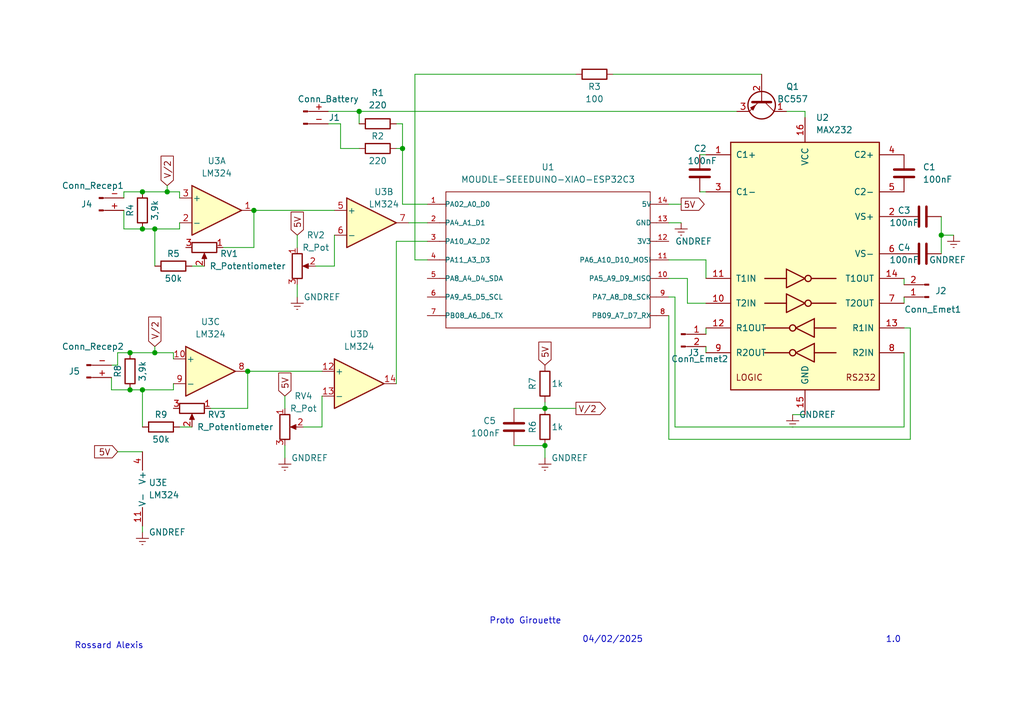
<source format=kicad_sch>
(kicad_sch (version 20230121) (generator eeschema)
  (paper "A5")
  (lib_symbols
    (symbol "Amplifier_Operational:LM324" (pin_names (offset 0.127))
      (property "Reference" "U" (at 0 5.08 0))
      (property "Value" "LM324" (at 0 -5.08 0))
      (symbol "LM324_1_1"
        (polyline (pts (xy -5.08 5.08) (xy 5.08 0) (xy -5.08 -5.08) (xy -5.08 5.08)) (stroke (width 0.254)) (fill (type background)))
        (pin output line (at 7.62 0 180) (length 2.54) (name "~") (number "1"))
        (pin input line (at -7.62 -2.54 0) (length 2.54) (name "-") (number "2"))
        (pin input line (at -7.62 2.54 0) (length 2.54) (name "+") (number "3"))
      )
      (symbol "LM324_2_1"
        (polyline (pts (xy -5.08 5.08) (xy 5.08 0) (xy -5.08 -5.08) (xy -5.08 5.08)) (stroke (width 0.254)) (fill (type background)))
        (pin input line (at -7.62 2.54 0) (length 2.54) (name "+") (number "5"))
        (pin input line (at -7.62 -2.54 0) (length 2.54) (name "-") (number "6"))
        (pin output line (at 7.62 0 180) (length 2.54) (name "~") (number "7"))
      )
      (symbol "LM324_3_1"
        (polyline (pts (xy -5.08 5.08) (xy 5.08 0) (xy -5.08 -5.08) (xy -5.08 5.08)) (stroke (width 0.254)) (fill (type background)))
        (pin input line (at -7.62 2.54 0) (length 2.54) (name "+") (number "10"))
        (pin output line (at 7.62 0 180) (length 2.54) (name "~") (number "8"))
        (pin input line (at -7.62 -2.54 0) (length 2.54) (name "-") (number "9"))
      )
      (symbol "LM324_4_1"
        (polyline (pts (xy -5.08 5.08) (xy 5.08 0) (xy -5.08 -5.08) (xy -5.08 5.08)) (stroke (width 0.254)) (fill (type background)))
        (pin input line (at -7.62 2.54 0) (length 2.54) (name "+") (number "12"))
        (pin input line (at -7.62 -2.54 0) (length 2.54) (name "-") (number "13"))
        (pin output line (at 7.62 0 180) (length 2.54) (name "~") (number "14"))
      )
      (symbol "LM324_5_1"
        (pin power_in line (at -2.54 -7.62 90) (length 3.81) (name "V-") (number "11"))
        (pin power_in line (at -2.54 7.62 270) (length 3.81) (name "V+") (number "4"))
      )
    )
    (symbol "Conn_01x02_Pin_1" (pin_names (offset 1.016) hide)
      (property "Reference" "J" (at 0 2.54 0))
      (property "Value" "Conn_01x02_Pin" (at 0 -5.08 0))
      (symbol "Conn_01x02_Pin_1_1_1"
        (polyline (pts (xy 1.27 -2.54) (xy 0.8636 -2.54)) (stroke (width 0.1524)))
        (polyline (pts (xy 1.27 0) (xy 0.8636 0)) (stroke (width 0.1524)))
        (rectangle (start 0.8636 -2.413) (end 0 -2.667) (stroke (width 0.1524)) (fill (type outline)))
        (rectangle (start 0.8636 0.127) (end 0 -0.127) (stroke (width 0.1524)) (fill (type outline)))
        (pin passive line (at 5.08 0 180) (length 3.81) (name "Pin_1") (number "1"))
        (pin passive line (at 5.08 -2.54 180) (length 3.81) (name "Pin_2") (number "2"))
      )
    )
    (symbol "Conn_01x02_Pin_2" (pin_names (offset 1.016) hide)
      (property "Reference" "J" (at 0 2.54 0))
      (property "Value" "Conn_01x02_Pin" (at 0 -5.08 0))
      (symbol "Conn_01x02_Pin_2_1_1"
        (polyline (pts (xy 1.27 -2.54) (xy 0.8636 -2.54)) (stroke (width 0.1524)))
        (polyline (pts (xy 1.27 0) (xy 0.8636 0)) (stroke (width 0.1524)))
        (rectangle (start 0.8636 -2.413) (end 0 -2.667) (stroke (width 0.1524)) (fill (type outline)))
        (rectangle (start 0.8636 0.127) (end 0 -0.127) (stroke (width 0.1524)) (fill (type outline)))
        (pin passive line (at 5.08 0 180) (length 3.81) (name "Pin_1") (number "1"))
        (pin passive line (at 5.08 -2.54 180) (length 3.81) (name "Pin_2") (number "2"))
      )
    )
    (symbol "Conn_01x02_Pin_3" (pin_names (offset 1.016) hide)
      (property "Reference" "J4" (at -2.54 -1.27 0))
      (property "Value" "Conn_Recep1" (at -1.27 -5.08 0))
      (symbol "Conn_01x02_Pin_3_1_1"
        (polyline (pts (xy 1.27 -2.54) (xy 0.8636 -2.54)) (stroke (width 0.1524)))
        (polyline (pts (xy 1.27 0) (xy 0.8636 0)) (stroke (width 0.1524)))
        (rectangle (start 0.8636 -2.413) (end 0 -2.667) (stroke (width 0.1524)) (fill (type outline)))
        (rectangle (start 0.8636 0.127) (end 0 -0.127) (stroke (width 0.1524)) (fill (type outline)))
        (pin passive line (at 5.08 0 180) (length 3.81) (name "Pin_1") (number "+"))
        (pin passive line (at 5.08 -2.54 180) (length 3.81) (name "Pin_2") (number "-"))
      )
    )
    (symbol "Connector:Conn_01x02_Pin" (pin_names (offset 1.016) hide)
      (property "Reference" "J1" (at 2.54 5.08 0))
      (property "Value" "Conn_Battery" (at 5.08 2.54 0))
      (symbol "Conn_01x02_Pin_1_1"
        (polyline (pts (xy 1.27 -2.54) (xy 0.8636 -2.54)) (stroke (width 0.1524)))
        (polyline (pts (xy 1.27 0) (xy 0.8636 0)) (stroke (width 0.1524)))
        (rectangle (start 0.8636 -2.413) (end 0 -2.667) (stroke (width 0.1524)) (fill (type outline)))
        (rectangle (start 0.8636 0.127) (end 0 -0.127) (stroke (width 0.1524)) (fill (type outline)))
        (pin passive line (at 5.08 0 180) (length 3.81) (name "+_Battery") (number "+"))
        (pin passive line (at 5.08 -2.54 180) (length 3.81) (name "-_Battery") (number "-"))
      )
    )
    (symbol "Device:C" (pin_numbers hide) (pin_names (offset 0.254))
      (property "Reference" "C" (at 0.635 2.54 0))
      (property "Value" "C" (at 0.635 -2.54 0))
      (symbol "C_0_1"
        (polyline (pts (xy -2.032 -0.762) (xy 2.032 -0.762)) (stroke (width 0.508)))
        (polyline (pts (xy -2.032 0.762) (xy 2.032 0.762)) (stroke (width 0.508)))
      )
      (symbol "C_1_1"
        (pin passive line (at 0 3.81 270) (length 2.794) (name "~") (number "1"))
        (pin passive line (at 0 -3.81 90) (length 2.794) (name "~") (number "2"))
      )
    )
    (symbol "Device:R" (pin_numbers hide) (pin_names (offset 0))
      (property "Reference" "R" (at 2.032 0 90))
      (property "Value" "R" (at 0 0 90))
      (symbol "R_0_1"
        (rectangle (start -1.016 -2.54) (end 1.016 2.54) (stroke (width 0.254)))
      )
      (symbol "R_1_1"
        (pin passive line (at 0 3.81 270) (length 1.27) (name "~") (number "1"))
        (pin passive line (at 0 -3.81 90) (length 1.27) (name "~") (number "2"))
      )
    )
    (symbol "Device:R_Potentiometer" (pin_names (offset 1.016) hide)
      (property "Reference" "RV" (at -4.445 0 90))
      (property "Value" "R_Potentiometer" (at -2.54 0 90))
      (symbol "R_Potentiometer_0_1"
        (polyline (pts (xy 2.54 0) (xy 1.524 0)))
        (polyline (pts (xy 1.143 0) (xy 2.286 0.508) (xy 2.286 -0.508) (xy 1.143 0)) (fill (type outline)))
        (rectangle (start 1.016 2.54) (end -1.016 -2.54) (stroke (width 0.254)))
      )
      (symbol "R_Potentiometer_1_1"
        (pin passive line (at 0 3.81 270) (length 1.27) (name "1") (number "1"))
        (pin passive line (at 3.81 0 180) (length 1.27) (name "2") (number "2"))
        (pin passive line (at 0 -3.81 90) (length 1.27) (name "3") (number "3"))
      )
    )
    (symbol "Interface_UART:MAX232" (pin_names (offset 1.016))
      (property "Reference" "U" (at -2.54 28.575 0))
      (property "Value" "MAX232" (at -2.54 26.67 0))
      (symbol "MAX232_0_0"
        (text "LOGIC" (at -11.43 -22.86 0) (effects (font (size 1.27 1.27))))
        (text "RS232" (at 11.43 -22.86 0) (effects (font (size 1.27 1.27))))
      )
      (symbol "MAX232_0_1"
        (rectangle (start -15.24 -25.4) (end 15.24 25.4) (stroke (width 0.254)) (fill (type background)))
        (circle (center -2.54 -17.78) (radius 0.635) (stroke (width 0.254)))
        (circle (center -2.54 -12.7) (radius 0.635) (stroke (width 0.254)))
        (polyline (pts (xy -3.81 -7.62) (xy -8.255 -7.62)) (stroke (width 0.254)))
        (polyline (pts (xy -3.81 -2.54) (xy -8.255 -2.54)) (stroke (width 0.254)))
        (polyline (pts (xy -3.175 -17.78) (xy -8.255 -17.78)) (stroke (width 0.254)))
        (polyline (pts (xy -3.175 -12.7) (xy -8.255 -12.7)) (stroke (width 0.254)))
        (polyline (pts (xy 1.27 -7.62) (xy 6.35 -7.62)) (stroke (width 0.254)))
        (polyline (pts (xy 1.27 -2.54) (xy 6.35 -2.54)) (stroke (width 0.254)))
        (polyline (pts (xy 1.905 -17.78) (xy 6.35 -17.78)) (stroke (width 0.254)))
        (polyline (pts (xy 1.905 -12.7) (xy 6.35 -12.7)) (stroke (width 0.254)))
        (polyline (pts (xy -3.81 -5.715) (xy -3.81 -9.525) (xy 0 -7.62) (xy -3.81 -5.715)) (stroke (width 0.254)))
        (polyline (pts (xy -3.81 -0.635) (xy -3.81 -4.445) (xy 0 -2.54) (xy -3.81 -0.635)) (stroke (width 0.254)))
        (polyline (pts (xy 1.905 -15.875) (xy 1.905 -19.685) (xy -1.905 -17.78) (xy 1.905 -15.875)) (stroke (width 0.254)))
        (polyline (pts (xy 1.905 -10.795) (xy 1.905 -14.605) (xy -1.905 -12.7) (xy 1.905 -10.795)) (stroke (width 0.254)))
        (circle (center 0.635 -7.62) (radius 0.635) (stroke (width 0.254)))
        (circle (center 0.635 -2.54) (radius 0.635) (stroke (width 0.254)))
      )
      (symbol "MAX232_1_1"
        (pin passive line (at -20.32 22.86 0) (length 5.08) (name "C1+") (number "1"))
        (pin input line (at -20.32 -7.62 0) (length 5.08) (name "T2IN") (number "10"))
        (pin input line (at -20.32 -2.54 0) (length 5.08) (name "T1IN") (number "11"))
        (pin output line (at -20.32 -12.7 0) (length 5.08) (name "R1OUT") (number "12"))
        (pin input line (at 20.32 -12.7 180) (length 5.08) (name "R1IN") (number "13"))
        (pin output line (at 20.32 -2.54 180) (length 5.08) (name "T1OUT") (number "14"))
        (pin power_in line (at 0 -30.48 90) (length 5.08) (name "GND") (number "15"))
        (pin power_in line (at 0 30.48 270) (length 5.08) (name "VCC") (number "16"))
        (pin power_out line (at 20.32 10.16 180) (length 5.08) (name "VS+") (number "2"))
        (pin passive line (at -20.32 15.24 0) (length 5.08) (name "C1-") (number "3"))
        (pin passive line (at 20.32 22.86 180) (length 5.08) (name "C2+") (number "4"))
        (pin passive line (at 20.32 15.24 180) (length 5.08) (name "C2-") (number "5"))
        (pin power_out line (at 20.32 2.54 180) (length 5.08) (name "VS-") (number "6"))
        (pin output line (at 20.32 -7.62 180) (length 5.08) (name "T2OUT") (number "7"))
        (pin input line (at 20.32 -17.78 180) (length 5.08) (name "R2IN") (number "8"))
        (pin output line (at -20.32 -17.78 0) (length 5.08) (name "R2OUT") (number "9"))
      )
    )
    (symbol "Transistor_BJT:BC557" (pin_names (offset 0) hide)
      (property "Reference" "Q" (at 5.08 1.905 0))
      (property "Value" "BC557" (at 5.08 0 0))
      (symbol "BC557_0_1"
        (polyline (pts (xy 0.635 0.635) (xy 2.54 2.54)))
        (polyline (pts (xy 0.635 -0.635) (xy 2.54 -2.54) (xy 2.54 -2.54)))
        (polyline (pts (xy 0.635 1.905) (xy 0.635 -1.905) (xy 0.635 -1.905)) (stroke (width 0.508)))
        (polyline (pts (xy 2.286 -1.778) (xy 1.778 -2.286) (xy 1.27 -1.27) (xy 2.286 -1.778) (xy 2.286 -1.778)) (fill (type outline)))
        (circle (center 1.27 0) (radius 2.8194) (stroke (width 0.254)))
      )
      (symbol "BC557_1_1"
        (pin passive line (at 2.54 5.08 270) (length 2.54) (name "C") (number "1"))
        (pin input line (at -5.08 0 0) (length 5.715) (name "B") (number "2"))
        (pin passive line (at 2.54 -5.08 90) (length 2.54) (name "E") (number "3"))
      )
    )
    (symbol "XIAO ESP32C3:MOUDLE-SEEEDUINO-XIAO-ESP32C3" (pin_names (offset 1.016))
      (property "Reference" "U" (at -21.59 15.24 0))
      (property "Value" "MOUDLE-SEEEDUINO-XIAO-ESP32C3" (at -21.59 13.97 0))
      (symbol "MOUDLE-SEEEDUINO-XIAO-ESP32C3_0_0"
        (polyline (pts (xy -21.59 -13.97) (xy -21.59 0)) (stroke (width 0.1524)))
        (polyline (pts (xy -21.59 -11.43) (xy -22.86 -11.43)) (stroke (width 0.1524)))
        (polyline (pts (xy -21.59 -7.62) (xy -22.86 -7.62)) (stroke (width 0.1524)))
        (polyline (pts (xy -21.59 -3.81) (xy -22.86 -3.81)) (stroke (width 0.1524)))
        (polyline (pts (xy -21.59 0) (xy -22.86 0)) (stroke (width 0.1524)))
        (polyline (pts (xy -21.59 0) (xy -21.59 3.81)) (stroke (width 0.1524)))
        (polyline (pts (xy -21.59 3.81) (xy -22.86 3.81)) (stroke (width 0.1524)))
        (polyline (pts (xy -21.59 3.81) (xy -21.59 7.62)) (stroke (width 0.1524)))
        (polyline (pts (xy -21.59 7.62) (xy -22.86 7.62)) (stroke (width 0.1524)))
        (polyline (pts (xy -21.59 7.62) (xy -21.59 11.43)) (stroke (width 0.1524)))
        (polyline (pts (xy -21.59 11.43) (xy -22.86 11.43)) (stroke (width 0.1524)))
        (polyline (pts (xy -21.59 11.43) (xy -21.59 13.97)) (stroke (width 0.1524)))
        (polyline (pts (xy -21.59 13.97) (xy 20.32 13.97)) (stroke (width 0.1524)))
        (polyline (pts (xy 20.32 -13.97) (xy -21.59 -13.97)) (stroke (width 0.1524)))
        (polyline (pts (xy 20.32 3.81) (xy 20.32 -13.97)) (stroke (width 0.1524)))
        (polyline (pts (xy 20.32 7.62) (xy 20.32 3.81)) (stroke (width 0.1524)))
        (polyline (pts (xy 20.32 11.43) (xy 20.32 7.62)) (stroke (width 0.1524)))
        (polyline (pts (xy 20.32 13.97) (xy 20.32 11.43)) (stroke (width 0.1524)))
        (polyline (pts (xy 21.59 -11.43) (xy 20.32 -11.43)) (stroke (width 0.1524)))
        (polyline (pts (xy 21.59 -7.62) (xy 20.32 -7.62)) (stroke (width 0.1524)))
        (polyline (pts (xy 21.59 -3.81) (xy 20.32 -3.81)) (stroke (width 0.1524)))
        (polyline (pts (xy 21.59 0) (xy 20.32 0)) (stroke (width 0.1524)))
        (polyline (pts (xy 21.59 3.81) (xy 20.32 3.81)) (stroke (width 0.1524)))
        (polyline (pts (xy 21.59 7.62) (xy 20.32 7.62)) (stroke (width 0.1524)))
        (polyline (pts (xy 21.59 11.43) (xy 20.32 11.43)) (stroke (width 0.1524)))
        (pin bidirectional line (at -25.4 11.43 0) (length 2.54) (name "PA02_A0_D0") (number "1"))
        (pin bidirectional line (at 24.13 -3.81 180) (length 2.54) (name "PA5_A9_D9_MISO") (number "10"))
        (pin bidirectional line (at 24.13 0 180) (length 2.54) (name "PA6_A10_D10_MOSI") (number "11"))
        (pin bidirectional line (at 24.13 3.81 180) (length 2.54) (name "3V3") (number "12"))
        (pin bidirectional line (at 24.13 7.62 180) (length 2.54) (name "GND") (number "13"))
        (pin bidirectional line (at 24.13 11.43 180) (length 2.54) (name "5V") (number "14"))
        (pin bidirectional line (at -25.4 7.62 0) (length 2.54) (name "PA4_A1_D1") (number "2"))
        (pin bidirectional line (at -25.4 3.81 0) (length 2.54) (name "PA10_A2_D2") (number "3"))
        (pin bidirectional line (at -25.4 0 0) (length 2.54) (name "PA11_A3_D3") (number "4"))
        (pin bidirectional line (at -25.4 -3.81 0) (length 2.54) (name "PA8_A4_D4_SDA") (number "5"))
        (pin bidirectional line (at -25.4 -7.62 0) (length 2.54) (name "PA9_A5_D5_SCL") (number "6"))
        (pin bidirectional line (at -25.4 -11.43 0) (length 2.54) (name "PB08_A6_D6_TX") (number "7"))
        (pin bidirectional line (at 24.13 -11.43 180) (length 2.54) (name "PB09_A7_D7_RX") (number "8"))
        (pin bidirectional line (at 24.13 -7.62 180) (length 2.54) (name "PA7_A8_D8_SCK") (number "9"))
      )
    )
    (symbol "power:GNDREF" (power) (pin_names (offset 0))
      (property "Value" "GNDREF" (at 0 -3.81 0))
      (symbol "GNDREF_0_1"
        (polyline (pts (xy -0.635 -1.905) (xy 0.635 -1.905)))
        (polyline (pts (xy -0.127 -2.54) (xy 0.127 -2.54)))
        (polyline (pts (xy 0 -1.27) (xy 0 0)))
        (polyline (pts (xy 1.27 -1.27) (xy -1.27 -1.27)))
      )
      (symbol "GNDREF_1_1"
        (pin power_in line (at 0 0 270) (length 0) hide (name "GNDREF") (number "1"))
      )
    )
  )
  (junction (at 31.75 46.99))
  (junction (at 29.21 39.37))
  (junction (at 26.67 72.39))
  (junction (at 111.76 91.44))
  (junction (at 52.07 43.18))
  (junction (at 29.21 80.01))
  (junction (at 31.75 72.39))
  (junction (at 111.76 83.82))
  (junction (at 193.04 48.26))
  (junction (at 29.21 46.99))
  (junction (at 34.29 39.37))
  (junction (at 50.8 76.2))
  (junction (at 82.55 30.48))
  (junction (at 73.66 22.86))
  (junction (at 26.67 80.01))
  (wire (pts (xy 31.75 46.99) (xy 36.83 46.99)))
  (wire (pts (xy 137.16 57.15) (xy 140.97 57.15)))
  (wire (pts (xy 69.85 30.48) (xy 73.66 30.48)))
  (wire (pts (xy 58.42 81.28) (xy 58.42 83.82)))
  (wire (pts (xy 138.43 60.96) (xy 138.43 87.63)))
  (wire (pts (xy 140.97 57.15) (xy 140.97 62.23)))
  (wire (pts (xy 31.75 54.61) (xy 31.75 46.99)))
  (wire (pts (xy 186.69 67.31) (xy 185.42 67.31)))
  (wire (pts (xy 36.83 46.99) (xy 36.83 45.72)))
  (wire (pts (xy 144.78 67.31) (xy 144.78 68.58)))
  (wire (pts (xy 137.16 45.72) (xy 139.7 45.72)))
  (wire (pts (xy 52.07 50.8) (xy 45.72 50.8)))
  (wire (pts (xy 111.76 91.44) (xy 111.76 93.98)))
  (wire (pts (xy 105.41 91.44) (xy 111.76 91.44)))
  (wire (pts (xy 29.21 87.63) (xy 29.21 80.01)))
  (wire (pts (xy 31.75 72.39) (xy 35.56 72.39)))
  (wire (pts (xy 52.07 43.18) (xy 52.07 50.8)))
  (wire (pts (xy 193.04 44.45) (xy 193.04 48.26)))
  (wire (pts (xy 50.8 83.82) (xy 50.8 76.2)))
  (wire (pts (xy 81.28 78.74) (xy 81.28 49.53)))
  (wire (pts (xy 193.04 48.26) (xy 193.04 52.07)))
  (wire (pts (xy 67.31 25.4) (xy 69.85 25.4)))
  (wire (pts (xy 165.1 22.86) (xy 165.1 24.13)))
  (wire (pts (xy 144.78 39.37) (xy 143.51 39.37)))
  (wire (pts (xy 67.31 22.86) (xy 73.66 22.86)))
  (wire (pts (xy 22.86 80.01) (xy 22.86 77.47)))
  (wire (pts (xy 29.21 46.99) (xy 31.75 46.99)))
  (wire (pts (xy 165.1 85.09) (xy 162.56 85.09)))
  (wire (pts (xy 34.29 38.1) (xy 34.29 39.37)))
  (wire (pts (xy 43.18 83.82) (xy 50.8 83.82)))
  (wire (pts (xy 85.09 15.24) (xy 118.11 15.24)))
  (wire (pts (xy 24.13 74.93) (xy 22.86 74.93)))
  (wire (pts (xy 85.09 53.34) (xy 85.09 15.24)))
  (wire (pts (xy 73.66 22.86) (xy 151.13 22.86)))
  (wire (pts (xy 138.43 87.63) (xy 185.42 87.63)))
  (wire (pts (xy 64.77 54.61) (xy 68.58 54.61)))
  (wire (pts (xy 60.96 48.26) (xy 60.96 50.8)))
  (wire (pts (xy 35.56 72.39) (xy 35.56 73.66)))
  (wire (pts (xy 24.13 92.71) (xy 29.21 92.71)))
  (wire (pts (xy 69.85 25.4) (xy 69.85 30.48)))
  (wire (pts (xy 185.42 62.23) (xy 185.42 60.96)))
  (wire (pts (xy 111.76 83.82) (xy 118.11 83.82)))
  (wire (pts (xy 34.29 39.37) (xy 36.83 39.37)))
  (wire (pts (xy 25.4 46.99) (xy 25.4 43.18)))
  (wire (pts (xy 52.07 43.18) (xy 68.58 43.18)))
  (wire (pts (xy 161.29 22.86) (xy 165.1 22.86)))
  (wire (pts (xy 82.55 41.91) (xy 87.63 41.91)))
  (wire (pts (xy 82.55 30.48) (xy 82.55 41.91)))
  (wire (pts (xy 25.4 46.99) (xy 29.21 46.99)))
  (wire (pts (xy 137.16 41.91) (xy 139.7 41.91)))
  (wire (pts (xy 137.16 64.77) (xy 137.16 90.17)))
  (wire (pts (xy 50.8 76.2) (xy 66.04 76.2)))
  (wire (pts (xy 29.21 107.95) (xy 29.21 109.22)))
  (wire (pts (xy 22.86 80.01) (xy 26.67 80.01)))
  (wire (pts (xy 29.21 39.37) (xy 34.29 39.37)))
  (wire (pts (xy 60.96 58.42) (xy 60.96 60.96)))
  (wire (pts (xy 25.4 39.37) (xy 29.21 39.37)))
  (wire (pts (xy 81.28 25.4) (xy 82.55 25.4)))
  (wire (pts (xy 29.21 80.01) (xy 35.56 80.01)))
  (wire (pts (xy 81.28 49.53) (xy 87.63 49.53)))
  (wire (pts (xy 186.69 67.31) (xy 186.69 90.17)))
  (wire (pts (xy 66.04 81.28) (xy 66.04 87.63)))
  (wire (pts (xy 73.66 22.86) (xy 73.66 25.4)))
  (wire (pts (xy 58.42 91.44) (xy 58.42 93.98)))
  (wire (pts (xy 62.23 87.63) (xy 66.04 87.63)))
  (wire (pts (xy 185.42 57.15) (xy 185.42 58.42)))
  (wire (pts (xy 36.83 87.63) (xy 39.37 87.63)))
  (wire (pts (xy 31.75 71.12) (xy 31.75 72.39)))
  (wire (pts (xy 144.78 72.39) (xy 144.78 71.12)))
  (wire (pts (xy 41.91 54.61) (xy 39.37 54.61)))
  (wire (pts (xy 138.43 60.96) (xy 137.16 60.96)))
  (wire (pts (xy 24.13 74.93) (xy 24.13 72.39)))
  (wire (pts (xy 81.28 30.48) (xy 82.55 30.48)))
  (wire (pts (xy 82.55 25.4) (xy 82.55 30.48)))
  (wire (pts (xy 185.42 87.63) (xy 185.42 72.39)))
  (wire (pts (xy 85.09 53.34) (xy 87.63 53.34)))
  (wire (pts (xy 144.78 53.34) (xy 144.78 57.15)))
  (wire (pts (xy 193.04 48.26) (xy 195.58 48.26)))
  (wire (pts (xy 105.41 83.82) (xy 111.76 83.82)))
  (wire (pts (xy 36.83 39.37) (xy 36.83 40.64)))
  (wire (pts (xy 35.56 80.01) (xy 35.56 78.74)))
  (wire (pts (xy 140.97 62.23) (xy 144.78 62.23)))
  (wire (pts (xy 111.76 82.55) (xy 111.76 83.82)))
  (wire (pts (xy 144.78 31.75) (xy 143.51 31.75)))
  (wire (pts (xy 68.58 48.26) (xy 68.58 54.61)))
  (wire (pts (xy 83.82 45.72) (xy 87.63 45.72)))
  (wire (pts (xy 26.67 80.01) (xy 29.21 80.01)))
  (wire (pts (xy 26.67 72.39) (xy 31.75 72.39)))
  (wire (pts (xy 24.13 72.39) (xy 26.67 72.39)))
  (wire (pts (xy 137.16 53.34) (xy 144.78 53.34)))
  (wire (pts (xy 125.73 15.24) (xy 156.21 15.24)))
  (wire (pts (xy 137.16 90.17) (xy 186.69 90.17)))
  (wire (pts (xy 25.4 39.37) (xy 25.4 40.64)))
  (text "Proto Girouette" (at 100.33 128.27 0) (effects (font (size 1.27 1.27)) (justify left bottom)))
  (text "04/02/2025" (at 119.38 132.08 0) (effects (font (size 1.27 1.27)) (justify left bottom)))
  (text "1.0" (at 181.61 132.08 0) (effects (font (size 1.27 1.27)) (justify left bottom)))
  (text "Rossard Alexis" (at 15.24 133.35 0) (effects (font (size 1.27 1.27)) (justify left bottom)))
  (global_label "5V" (shape input) (at 60.96 48.26 90) (property "Intersheetrefs" "${INTERSHEET_REFS}" (effects hide)))
  (global_label "5V" (shape output) (at 139.7 41.91 0) (property "Intersheetrefs" "${INTERSHEET_REFS}" (effects hide)))
  (global_label "5V" (shape input) (at 24.13 92.71 180) (property "Intersheetrefs" "${INTERSHEET_REFS}" (effects hide)))
  (global_label "V{slash}2" (shape input) (at 31.75 71.12 90) (property "Intersheetrefs" "${INTERSHEET_REFS}" (effects hide)))
  (global_label "V{slash}2" (shape output) (at 118.11 83.82 0) (property "Intersheetrefs" "${INTERSHEET_REFS}" (effects hide)))
  (global_label "5V" (shape input) (at 58.42 81.28 90) (property "Intersheetrefs" "${INTERSHEET_REFS}" (effects hide)))
  (global_label "V{slash}2" (shape input) (at 34.29 38.1 90) (property "Intersheetrefs" "${INTERSHEET_REFS}" (effects hide)))
  (global_label "5V" (shape input) (at 111.76 74.93 90) (property "Intersheetrefs" "${INTERSHEET_REFS}" (effects hide)))
  (symbol (lib_id "Device:R") (at 111.76 87.63 180) (unit 1)
    (property "Reference" "R6" (at 109.22 87.63 90))
    (property "Value" "1k" (at 114.3 87.63 0))
    (property "Footprint" "Resistor_THT:R_Axial_DIN0204_L3.6mm_D1.6mm_P7.62mm_Horizontal" (effects hide))
  )
  (symbol (lib_id "XIAO ESP32C3:MOUDLE-SEEEDUINO-XIAO-ESP32C3") (at 113.03 53.34 0) (unit 1)
    (property "Reference" "U1" (at 112.395 34.29 0))
    (property "Value" "MOUDLE-SEEEDUINO-XIAO-ESP32C3" (at 112.395 36.83 0))
    (property "Footprint" "xiao ESP32C3_PCB:MOUDLE14P-SMD-2.54-21X17.8MM" (effects hide))
  )
  (symbol (lib_id "Amplifier_Operational:LM324") (at 76.2 45.72 0) (unit 2)
    (property "Reference" "U3" (at 78.74 39.37 0))
    (property "Value" "LM324" (at 78.74 41.91 0))
    (property "Footprint" "Package_DIP:DIP-14_W7.62mm_LongPads" (effects hide))
    (property "Datasheet" "http://www.ti.com/lit/ds/symlink/lm2902-n.pdf" (effects hide))
  )
  (symbol (lib_id "Device:C") (at 143.51 35.56 0) (unit 1)
    (property "Reference" "C2" (at 142.24 30.48 0) (effects (justify left)))
    (property "Value" "100nF" (at 140.97 33.02 0) (effects (justify left)))
    (property "Footprint" "Capacitor_THT:C_Disc_D10.0mm_W2.5mm_P5.00mm" (effects hide))
  )
  (symbol (lib_id "Device:R_Potentiometer") (at 58.42 87.63 0) (unit 1)
    (property "Reference" "RV4" (at 62.23 81.28 0))
    (property "Value" "R_Pot" (at 62.23 83.82 0))
    (property "Footprint" "Potentiometer_THT:Potentiometer_Bourns_3296W_Vertical" (effects hide))
  )
  (symbol (lib_name "Conn_01x02_Pin_3") (lib_id "Connector:Conn_01x02_Pin") (at 17.78 77.47 0) (mirror x) (unit 1)
    (property "Reference" "J5" (at 15.24 76.2 0))
    (property "Value" "Conn_Recep2" (at 19.05 71.12 0))
    (property "Footprint" "Connector_PinHeader_2.54mm:PinHeader_1x02_P2.54mm_Vertical" (effects hide))
  )
  (symbol (lib_id "Device:C") (at 189.23 52.07 90) (unit 1)
    (property "Reference" "C4" (at 185.42 50.8 90))
    (property "Value" "100nF" (at 185.42 53.34 90))
    (property "Footprint" "Capacitor_THT:C_Disc_D10.0mm_W2.5mm_P5.00mm" (effects hide))
  )
  (symbol (lib_id "Device:R") (at 29.21 43.18 180) (unit 1)
    (property "Reference" "R4" (at 26.67 43.18 90))
    (property "Value" "3,9k" (at 31.75 43.18 90))
    (property "Footprint" "Resistor_THT:R_Axial_DIN0204_L3.6mm_D1.6mm_P7.62mm_Horizontal" (effects hide))
  )
  (symbol (lib_id "Device:R") (at 77.47 30.48 90) (unit 1)
    (property "Reference" "R2" (at 77.47 27.94 90))
    (property "Value" "220" (at 77.47 33.02 90))
    (property "Footprint" "Resistor_THT:R_Axial_DIN0204_L3.6mm_D1.6mm_P7.62mm_Horizontal" (effects hide))
  )
  (symbol (lib_id "Amplifier_Operational:LM324") (at 73.66 78.74 0) (unit 4)
    (property "Reference" "U3" (at 73.66 68.58 0))
    (property "Value" "LM324" (at 73.66 71.12 0))
    (property "Footprint" "Package_DIP:DIP-14_W7.62mm_LongPads" (effects hide))
    (property "Datasheet" "http://www.ti.com/lit/ds/symlink/lm2902-n.pdf" (effects hide))
  )
  (symbol (lib_id "power:GNDREF") (at 29.21 109.22 0) (unit 1)
    (property "Reference" "#PWR04" (effects hide))
    (property "Value" "GNDREF" (at 34.29 109.22 0))
  )
  (symbol (lib_id "Amplifier_Operational:LM324") (at 31.75 100.33 0) (unit 5)
    (property "Reference" "U3" (at 30.48 99.06 0) (effects (justify left)))
    (property "Value" "LM324" (at 30.48 101.6 0) (effects (justify left)))
    (property "Footprint" "Package_DIP:DIP-14_W7.62mm_LongPads" (effects hide))
    (property "Datasheet" "http://www.ti.com/lit/ds/symlink/lm2902-n.pdf" (effects hide))
  )
  (symbol (lib_id "Transistor_BJT:BC557") (at 156.21 20.32 270) (unit 1)
    (property "Reference" "Q1" (at 162.56 17.78 90))
    (property "Value" "BC557" (at 162.56 20.32 90))
    (property "Footprint" "Package_TO_SOT_THT:TO-92_Inline" (effects hide))
    (property "Datasheet" "https://www.onsemi.com/pub/Collateral/BC556BTA-D.pdf" (effects hide))
  )
  (symbol (lib_name "Conn_01x02_Pin_3") (lib_id "Connector:Conn_01x02_Pin") (at 20.32 43.18 0) (mirror x) (unit 1)
    (property "Reference" "J4" (at 17.78 41.91 0))
    (property "Value" "Conn_Recep1" (at 19.05 38.1 0))
    (property "Footprint" "Connector_PinHeader_2.54mm:PinHeader_1x02_P2.54mm_Vertical" (effects hide))
  )
  (symbol (lib_id "Device:R") (at 77.47 25.4 90) (unit 1)
    (property "Reference" "R1" (at 77.47 19.05 90))
    (property "Value" "220" (at 77.47 21.59 90))
    (property "Footprint" "Resistor_THT:R_Axial_DIN0204_L3.6mm_D1.6mm_P7.62mm_Horizontal" (effects hide))
  )
  (symbol (lib_id "power:GNDREF") (at 111.76 93.98 0) (unit 1)
    (property "Reference" "#PWR06" (effects hide))
    (property "Value" "GNDREF" (at 116.84 93.98 0))
  )
  (symbol (lib_id "power:GNDREF") (at 195.58 48.26 0) (unit 1)
    (property "Reference" "#PWR03" (effects hide))
    (property "Value" "GNDREF" (at 194.31 53.34 0))
  )
  (symbol (lib_id "Connector:Conn_01x02_Pin") (at 62.23 22.86 0) (unit 1)
    (property "Reference" "J1" (at 68.58 24.13 0))
    (property "Value" "Conn_Battery" (at 67.31 20.32 0))
    (property "Footprint" "Connector_JST:JST_PH_B2B-PH-K_1x02_P2.00mm_Vertical" (effects hide))
  )
  (symbol (lib_id "Device:C") (at 105.41 87.63 0) (unit 1)
    (property "Reference" "C5" (at 99.06 86.36 0) (effects (justify left)))
    (property "Value" "100nF" (at 96.52 88.9 0) (effects (justify left)))
    (property "Footprint" "Capacitor_THT:C_Disc_D10.0mm_W2.5mm_P5.00mm" (effects hide))
  )
  (symbol (lib_id "power:GNDREF") (at 60.96 60.96 0) (unit 1)
    (property "Reference" "#PWR05" (effects hide))
    (property "Value" "GNDREF" (at 66.04 60.96 0))
  )
  (symbol (lib_id "Device:C") (at 185.42 35.56 0) (unit 1)
    (property "Reference" "C1" (at 189.23 34.29 0) (effects (justify left)))
    (property "Value" "100nF" (at 189.23 36.83 0) (effects (justify left)))
    (property "Footprint" "Connector:JWT_A3963_1x02_P3.96mm_Vertical" (effects hide))
  )
  (symbol (lib_id "Device:R") (at 121.92 15.24 90) (unit 1)
    (property "Reference" "R3" (at 121.92 17.78 90))
    (property "Value" "100" (at 121.92 20.32 90))
    (property "Footprint" "Resistor_THT:R_Axial_DIN0204_L3.6mm_D1.6mm_P7.62mm_Horizontal" (effects hide))
  )
  (symbol (lib_id "power:GNDREF") (at 58.42 93.98 0) (unit 1)
    (property "Reference" "#PWR07" (effects hide))
    (property "Value" "GNDREF" (at 63.5 93.98 0))
  )
  (symbol (lib_id "power:GNDREF") (at 139.7 45.72 0) (unit 1)
    (property "Reference" "#PWR01" (effects hide))
    (property "Value" "GNDREF" (at 142.24 49.53 0))
  )
  (symbol (lib_id "power:GNDREF") (at 162.56 85.09 0) (unit 1)
    (property "Reference" "#PWR02" (effects hide))
    (property "Value" "GNDREF" (at 167.64 85.09 0))
  )
  (symbol (lib_id "Device:C") (at 189.23 44.45 90) (unit 1)
    (property "Reference" "C3" (at 185.42 43.18 90))
    (property "Value" "100nF" (at 185.42 45.72 90))
    (property "Footprint" "Capacitor_THT:C_Disc_D10.0mm_W2.5mm_P5.00mm" (effects hide))
  )
  (symbol (lib_id "Interface_UART:MAX232") (at 165.1 54.61 0) (unit 1)
    (property "Reference" "U2" (at 167.2941 24.13 0) (effects (justify left)))
    (property "Value" "MAX232" (at 167.2941 26.67 0) (effects (justify left)))
    (property "Footprint" "MAX232:21-0043D_16_MXM" (effects hide))
    (property "Datasheet" "http://www.ti.com/lit/ds/symlink/max232.pdf" (effects hide))
  )
  (symbol (lib_id "Device:R") (at 26.67 76.2 180) (unit 1)
    (property "Reference" "R8" (at 24.13 76.2 90))
    (property "Value" "3,9k" (at 29.21 76.2 90))
    (property "Footprint" "Resistor_THT:R_Axial_DIN0204_L3.6mm_D1.6mm_P7.62mm_Horizontal" (effects hide))
  )
  (symbol (lib_id "Amplifier_Operational:LM324") (at 43.18 76.2 0) (unit 3)
    (property "Reference" "U3" (at 43.18 66.04 0))
    (property "Value" "LM324" (at 43.18 68.58 0))
    (property "Footprint" "Package_DIP:DIP-14_W7.62mm_LongPads" (effects hide))
    (property "Datasheet" "http://www.ti.com/lit/ds/symlink/lm2902-n.pdf" (effects hide))
  )
  (symbol (lib_name "Conn_01x02_Pin_1") (lib_id "Connector:Conn_01x02_Pin") (at 190.5 60.96 180) (unit 1)
    (property "Reference" "J2" (at 191.77 59.69 0) (effects (justify right)))
    (property "Value" "Conn_Emet1" (at 185.42 63.5 0) (effects (justify right)))
    (property "Footprint" "Connector_PinHeader_2.54mm:PinHeader_1x02_P2.54mm_Vertical" (effects hide))
  )
  (symbol (lib_id "Device:R") (at 33.02 87.63 90) (unit 1)
    (property "Reference" "R9" (at 33.02 85.09 90))
    (property "Value" "50k" (at 33.02 90.17 90))
    (property "Footprint" "Resistor_THT:R_Axial_DIN0204_L3.6mm_D1.6mm_P7.62mm_Horizontal" (effects hide))
  )
  (symbol (lib_id "Device:R_Potentiometer") (at 41.91 50.8 270) (unit 1)
    (property "Reference" "RV1" (at 46.99 52.07 90))
    (property "Value" "R_Potentiometer" (at 50.8 54.61 90))
    (property "Footprint" "Potentiometer_THT:Potentiometer_Bourns_3296W_Vertical" (effects hide))
  )
  (symbol (lib_id "Amplifier_Operational:LM324") (at 44.45 43.18 0) (unit 1)
    (property "Reference" "U3" (at 44.45 33.02 0))
    (property "Value" "LM324" (at 44.45 35.56 0))
    (property "Footprint" "Package_DIP:DIP-14_W7.62mm_LongPads" (effects hide))
    (property "Datasheet" "http://www.ti.com/lit/ds/symlink/lm2902-n.pdf" (effects hide))
  )
  (symbol (lib_id "Device:R") (at 111.76 78.74 180) (unit 1)
    (property "Reference" "R7" (at 109.22 78.74 90))
    (property "Value" "1k" (at 114.3 78.74 0))
    (property "Footprint" "Resistor_THT:R_Axial_DIN0204_L3.6mm_D1.6mm_P7.62mm_Horizontal" (effects hide))
  )
  (symbol (lib_name "Conn_01x02_Pin_2") (lib_id "Connector:Conn_01x02_Pin") (at 139.7 68.58 0) (unit 1)
    (property "Reference" "J3" (at 142.24 72.39 0))
    (property "Value" "Conn_Emet2" (at 143.51 73.66 0))
    (property "Footprint" "Connector_PinHeader_2.54mm:PinHeader_1x02_P2.54mm_Vertical" (effects hide))
  )
  (symbol (lib_id "Device:R_Potentiometer") (at 60.96 54.61 0) (unit 1)
    (property "Reference" "RV2" (at 64.77 48.26 0))
    (property "Value" "R_Pot" (at 64.77 50.8 0))
    (property "Footprint" "Potentiometer_THT:Potentiometer_Bourns_3296W_Vertical" (effects hide))
  )
  (symbol (lib_id "Device:R_Potentiometer") (at 39.37 83.82 270) (unit 1)
    (property "Reference" "RV3" (at 44.45 85.09 90))
    (property "Value" "R_Potentiometer" (at 48.26 87.63 90))
    (property "Footprint" "Potentiometer_THT:Potentiometer_Bourns_3296W_Vertical" (effects hide))
  )
  (symbol (lib_id "Device:R") (at 35.56 54.61 90) (unit 1)
    (property "Reference" "R5" (at 35.56 52.07 90))
    (property "Value" "50k" (at 35.56 57.15 90))
    (property "Footprint" "Resistor_THT:R_Axial_DIN0204_L3.6mm_D1.6mm_P7.62mm_Horizontal" (effects hide))
  )
)
</source>
